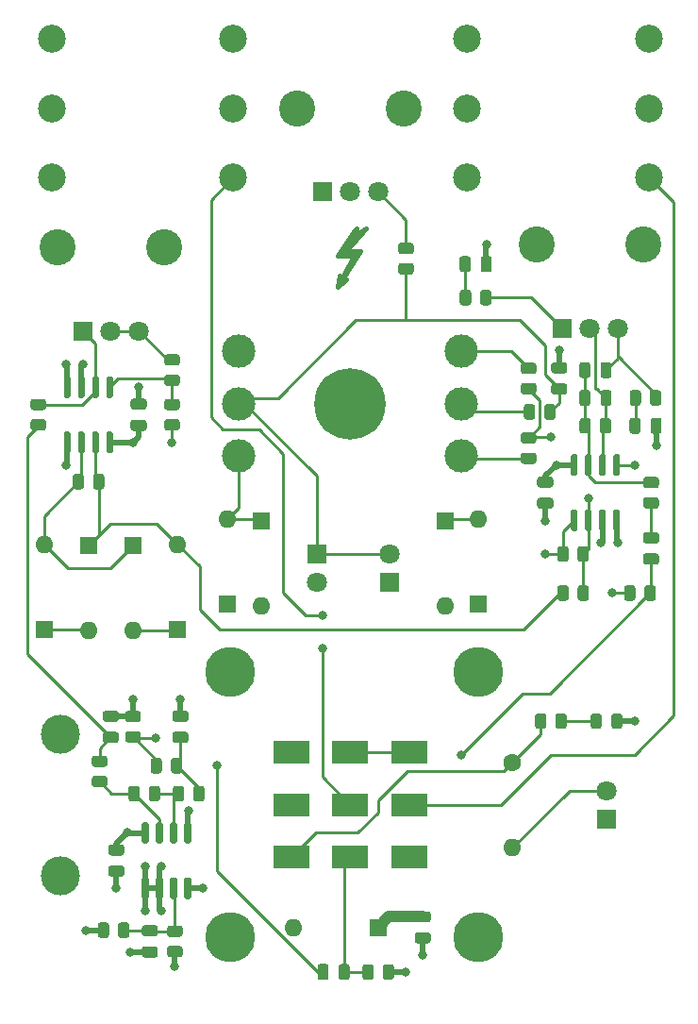
<source format=gbr>
%TF.GenerationSoftware,KiCad,Pcbnew,(5.1.10-1-10_14)*%
%TF.CreationDate,2021-10-01T16:43:39+02:00*%
%TF.ProjectId,Guitarpedal,47756974-6172-4706-9564-616c2e6b6963,rev?*%
%TF.SameCoordinates,Original*%
%TF.FileFunction,Copper,L1,Top*%
%TF.FilePolarity,Positive*%
%FSLAX46Y46*%
G04 Gerber Fmt 4.6, Leading zero omitted, Abs format (unit mm)*
G04 Created by KiCad (PCBNEW (5.1.10-1-10_14)) date 2021-10-01 16:43:39*
%MOMM*%
%LPD*%
G01*
G04 APERTURE LIST*
%TA.AperFunction,EtchedComponent*%
%ADD10C,0.381000*%
%TD*%
%TA.AperFunction,ComponentPad*%
%ADD11C,3.000000*%
%TD*%
%TA.AperFunction,ComponentPad*%
%ADD12C,4.500000*%
%TD*%
%TA.AperFunction,ComponentPad*%
%ADD13C,3.500000*%
%TD*%
%TA.AperFunction,ComponentPad*%
%ADD14R,1.600000X1.600000*%
%TD*%
%TA.AperFunction,ComponentPad*%
%ADD15O,1.600000X1.600000*%
%TD*%
%TA.AperFunction,ComponentPad*%
%ADD16R,1.800000X1.800000*%
%TD*%
%TA.AperFunction,ComponentPad*%
%ADD17C,1.800000*%
%TD*%
%TA.AperFunction,ComponentPad*%
%ADD18C,0.800000*%
%TD*%
%TA.AperFunction,ComponentPad*%
%ADD19C,6.400000*%
%TD*%
%TA.AperFunction,ComponentPad*%
%ADD20C,2.500000*%
%TD*%
%TA.AperFunction,ComponentPad*%
%ADD21C,1.600000*%
%TD*%
%TA.AperFunction,ComponentPad*%
%ADD22C,3.240000*%
%TD*%
%TA.AperFunction,ComponentPad*%
%ADD23R,3.200000X2.000000*%
%TD*%
%TA.AperFunction,ViaPad*%
%ADD24C,0.800000*%
%TD*%
%TA.AperFunction,Conductor*%
%ADD25C,0.500000*%
%TD*%
%TA.AperFunction,Conductor*%
%ADD26C,0.250000*%
%TD*%
%TA.AperFunction,Conductor*%
%ADD27C,1.000000*%
%TD*%
G04 APERTURE END LIST*
D10*
%TO.C,REF\u002A\u002A*%
X30647000Y68294000D02*
X29250000Y66389000D01*
X29250000Y66389000D02*
X30520000Y66389000D01*
X28996000Y64484000D02*
X28869000Y63468000D01*
X28869000Y63468000D02*
X29631000Y64103000D01*
X29631000Y64103000D02*
X29123000Y63849000D01*
X29123000Y63849000D02*
X30901000Y66643000D01*
X30901000Y66643000D02*
X29631000Y66643000D01*
X29631000Y66643000D02*
X31409000Y68675000D01*
X31409000Y68675000D02*
X30647000Y68167000D01*
X30647000Y68167000D02*
X30520000Y68675000D01*
X30393000Y68548000D02*
X28869000Y66262000D01*
X28869000Y66262000D02*
X30266000Y66262000D01*
X30266000Y66262000D02*
X29123000Y63976000D01*
X29123000Y63976000D02*
X28996000Y64484000D01*
%TD*%
%TO.P,R25,2*%
%TO.N,Net-(R25-Pad2)*%
%TA.AperFunction,SMDPad,CuDef*%
G36*
G01*
X35450001Y66400000D02*
X34549999Y66400000D01*
G75*
G02*
X34300000Y66649999I0J249999D01*
G01*
X34300000Y67175001D01*
G75*
G02*
X34549999Y67425000I249999J0D01*
G01*
X35450001Y67425000D01*
G75*
G02*
X35700000Y67175001I0J-249999D01*
G01*
X35700000Y66649999D01*
G75*
G02*
X35450001Y66400000I-249999J0D01*
G01*
G37*
%TD.AperFunction*%
%TO.P,R25,1*%
%TO.N,Hard_clipping_out*%
%TA.AperFunction,SMDPad,CuDef*%
G36*
G01*
X35450001Y64575000D02*
X34549999Y64575000D01*
G75*
G02*
X34300000Y64824999I0J249999D01*
G01*
X34300000Y65350001D01*
G75*
G02*
X34549999Y65600000I249999J0D01*
G01*
X35450001Y65600000D01*
G75*
G02*
X35700000Y65350001I0J-249999D01*
G01*
X35700000Y64824999D01*
G75*
G02*
X35450001Y64575000I-249999J0D01*
G01*
G37*
%TD.AperFunction*%
%TD*%
D11*
%TO.P,SW2,3*%
%TO.N,Net-(D5-Pad1)*%
X20000000Y57700000D03*
%TO.P,SW2,2*%
%TO.N,Hard_clipping_out*%
X20000000Y53000000D03*
%TO.P,SW2,1*%
%TO.N,Net-(D3-Pad1)*%
X20000000Y48300000D03*
%TD*%
%TO.P,SW1,3*%
%TO.N,Net-(R5-Pad2)*%
X40000000Y57700000D03*
%TO.P,SW1,2*%
%TO.N,Net-(R13-Pad2)*%
X40000000Y53000000D03*
%TO.P,SW1,1*%
%TO.N,Net-(R10-Pad2)*%
X40000000Y48300000D03*
%TD*%
D12*
%TO.P,BT1,NC*%
%TO.N,N/C*%
X41470000Y28915000D03*
X41470000Y5085000D03*
X19240000Y28915000D03*
X19240000Y5085000D03*
D13*
%TO.P,BT1,1*%
%TO.N,Net-(BT1-Pad1)*%
X4000000Y10650000D03*
%TO.P,BT1,2*%
%TO.N,GND*%
X4000000Y23350000D03*
%TD*%
%TO.P,C1,1*%
%TO.N,GND*%
%TA.AperFunction,SMDPad,CuDef*%
G36*
G01*
X36975000Y4550000D02*
X36025000Y4550000D01*
G75*
G02*
X35775000Y4800000I0J250000D01*
G01*
X35775000Y5300000D01*
G75*
G02*
X36025000Y5550000I250000J0D01*
G01*
X36975000Y5550000D01*
G75*
G02*
X37225000Y5300000I0J-250000D01*
G01*
X37225000Y4800000D01*
G75*
G02*
X36975000Y4550000I-250000J0D01*
G01*
G37*
%TD.AperFunction*%
%TO.P,C1,2*%
%TO.N,+9V*%
%TA.AperFunction,SMDPad,CuDef*%
G36*
G01*
X36975000Y6450000D02*
X36025000Y6450000D01*
G75*
G02*
X35775000Y6700000I0J250000D01*
G01*
X35775000Y7200000D01*
G75*
G02*
X36025000Y7450000I250000J0D01*
G01*
X36975000Y7450000D01*
G75*
G02*
X37225000Y7200000I0J-250000D01*
G01*
X37225000Y6700000D01*
G75*
G02*
X36975000Y6450000I-250000J0D01*
G01*
G37*
%TD.AperFunction*%
%TD*%
%TO.P,C2,2*%
%TO.N,+9V*%
%TA.AperFunction,SMDPad,CuDef*%
G36*
G01*
X9475000Y12450000D02*
X8525000Y12450000D01*
G75*
G02*
X8275000Y12700000I0J250000D01*
G01*
X8275000Y13200000D01*
G75*
G02*
X8525000Y13450000I250000J0D01*
G01*
X9475000Y13450000D01*
G75*
G02*
X9725000Y13200000I0J-250000D01*
G01*
X9725000Y12700000D01*
G75*
G02*
X9475000Y12450000I-250000J0D01*
G01*
G37*
%TD.AperFunction*%
%TO.P,C2,1*%
%TO.N,GND*%
%TA.AperFunction,SMDPad,CuDef*%
G36*
G01*
X9475000Y10550000D02*
X8525000Y10550000D01*
G75*
G02*
X8275000Y10800000I0J250000D01*
G01*
X8275000Y11300000D01*
G75*
G02*
X8525000Y11550000I250000J0D01*
G01*
X9475000Y11550000D01*
G75*
G02*
X9725000Y11300000I0J-250000D01*
G01*
X9725000Y10800000D01*
G75*
G02*
X9475000Y10550000I-250000J0D01*
G01*
G37*
%TD.AperFunction*%
%TD*%
%TO.P,C3,1*%
%TO.N,GND*%
%TA.AperFunction,SMDPad,CuDef*%
G36*
G01*
X10525000Y53450000D02*
X11475000Y53450000D01*
G75*
G02*
X11725000Y53200000I0J-250000D01*
G01*
X11725000Y52700000D01*
G75*
G02*
X11475000Y52450000I-250000J0D01*
G01*
X10525000Y52450000D01*
G75*
G02*
X10275000Y52700000I0J250000D01*
G01*
X10275000Y53200000D01*
G75*
G02*
X10525000Y53450000I250000J0D01*
G01*
G37*
%TD.AperFunction*%
%TO.P,C3,2*%
%TO.N,+9V*%
%TA.AperFunction,SMDPad,CuDef*%
G36*
G01*
X10525000Y51550000D02*
X11475000Y51550000D01*
G75*
G02*
X11725000Y51300000I0J-250000D01*
G01*
X11725000Y50800000D01*
G75*
G02*
X11475000Y50550000I-250000J0D01*
G01*
X10525000Y50550000D01*
G75*
G02*
X10275000Y50800000I0J250000D01*
G01*
X10275000Y51300000D01*
G75*
G02*
X10525000Y51550000I250000J0D01*
G01*
G37*
%TD.AperFunction*%
%TD*%
%TO.P,C4,2*%
%TO.N,+9V*%
%TA.AperFunction,SMDPad,CuDef*%
G36*
G01*
X47975000Y45450000D02*
X47025000Y45450000D01*
G75*
G02*
X46775000Y45700000I0J250000D01*
G01*
X46775000Y46200000D01*
G75*
G02*
X47025000Y46450000I250000J0D01*
G01*
X47975000Y46450000D01*
G75*
G02*
X48225000Y46200000I0J-250000D01*
G01*
X48225000Y45700000D01*
G75*
G02*
X47975000Y45450000I-250000J0D01*
G01*
G37*
%TD.AperFunction*%
%TO.P,C4,1*%
%TO.N,GND*%
%TA.AperFunction,SMDPad,CuDef*%
G36*
G01*
X47975000Y43550000D02*
X47025000Y43550000D01*
G75*
G02*
X46775000Y43800000I0J250000D01*
G01*
X46775000Y44300000D01*
G75*
G02*
X47025000Y44550000I250000J0D01*
G01*
X47975000Y44550000D01*
G75*
G02*
X48225000Y44300000I0J-250000D01*
G01*
X48225000Y43800000D01*
G75*
G02*
X47975000Y43550000I-250000J0D01*
G01*
G37*
%TD.AperFunction*%
%TD*%
%TO.P,C6,1*%
%TO.N,GND*%
%TA.AperFunction,SMDPad,CuDef*%
G36*
G01*
X12475000Y3300000D02*
X11525000Y3300000D01*
G75*
G02*
X11275000Y3550000I0J250000D01*
G01*
X11275000Y4050000D01*
G75*
G02*
X11525000Y4300000I250000J0D01*
G01*
X12475000Y4300000D01*
G75*
G02*
X12725000Y4050000I0J-250000D01*
G01*
X12725000Y3550000D01*
G75*
G02*
X12475000Y3300000I-250000J0D01*
G01*
G37*
%TD.AperFunction*%
%TO.P,C6,2*%
%TO.N,Net-(C6-Pad2)*%
%TA.AperFunction,SMDPad,CuDef*%
G36*
G01*
X12475000Y5200000D02*
X11525000Y5200000D01*
G75*
G02*
X11275000Y5450000I0J250000D01*
G01*
X11275000Y5950000D01*
G75*
G02*
X11525000Y6200000I250000J0D01*
G01*
X12475000Y6200000D01*
G75*
G02*
X12725000Y5950000I0J-250000D01*
G01*
X12725000Y5450000D01*
G75*
G02*
X12475000Y5200000I-250000J0D01*
G01*
G37*
%TD.AperFunction*%
%TD*%
%TO.P,C7,1*%
%TO.N,Net-(C7-Pad1)*%
%TA.AperFunction,SMDPad,CuDef*%
G36*
G01*
X27050000Y1525000D02*
X27050000Y2475000D01*
G75*
G02*
X27300000Y2725000I250000J0D01*
G01*
X27800000Y2725000D01*
G75*
G02*
X28050000Y2475000I0J-250000D01*
G01*
X28050000Y1525000D01*
G75*
G02*
X27800000Y1275000I-250000J0D01*
G01*
X27300000Y1275000D01*
G75*
G02*
X27050000Y1525000I0J250000D01*
G01*
G37*
%TD.AperFunction*%
%TO.P,C7,2*%
%TO.N,Audio_in*%
%TA.AperFunction,SMDPad,CuDef*%
G36*
G01*
X28950000Y1525000D02*
X28950000Y2475000D01*
G75*
G02*
X29200000Y2725000I250000J0D01*
G01*
X29700000Y2725000D01*
G75*
G02*
X29950000Y2475000I0J-250000D01*
G01*
X29950000Y1525000D01*
G75*
G02*
X29700000Y1275000I-250000J0D01*
G01*
X29200000Y1275000D01*
G75*
G02*
X28950000Y1525000I0J250000D01*
G01*
G37*
%TD.AperFunction*%
%TD*%
%TO.P,C8,2*%
%TO.N,Hard_clipping_out*%
%TA.AperFunction,SMDPad,CuDef*%
G36*
G01*
X48275000Y54800000D02*
X49225000Y54800000D01*
G75*
G02*
X49475000Y54550000I0J-250000D01*
G01*
X49475000Y54050000D01*
G75*
G02*
X49225000Y53800000I-250000J0D01*
G01*
X48275000Y53800000D01*
G75*
G02*
X48025000Y54050000I0J250000D01*
G01*
X48025000Y54550000D01*
G75*
G02*
X48275000Y54800000I250000J0D01*
G01*
G37*
%TD.AperFunction*%
%TO.P,C8,1*%
%TO.N,GND*%
%TA.AperFunction,SMDPad,CuDef*%
G36*
G01*
X48275000Y56700000D02*
X49225000Y56700000D01*
G75*
G02*
X49475000Y56450000I0J-250000D01*
G01*
X49475000Y55950000D01*
G75*
G02*
X49225000Y55700000I-250000J0D01*
G01*
X48275000Y55700000D01*
G75*
G02*
X48025000Y55950000I0J250000D01*
G01*
X48025000Y56450000D01*
G75*
G02*
X48275000Y56700000I250000J0D01*
G01*
G37*
%TD.AperFunction*%
%TD*%
%TO.P,C9,1*%
%TO.N,4V5*%
%TA.AperFunction,SMDPad,CuDef*%
G36*
G01*
X14275000Y25450000D02*
X15225000Y25450000D01*
G75*
G02*
X15475000Y25200000I0J-250000D01*
G01*
X15475000Y24700000D01*
G75*
G02*
X15225000Y24450000I-250000J0D01*
G01*
X14275000Y24450000D01*
G75*
G02*
X14025000Y24700000I0J250000D01*
G01*
X14025000Y25200000D01*
G75*
G02*
X14275000Y25450000I250000J0D01*
G01*
G37*
%TD.AperFunction*%
%TO.P,C9,2*%
%TO.N,Net-(C9-Pad2)*%
%TA.AperFunction,SMDPad,CuDef*%
G36*
G01*
X14275000Y23550000D02*
X15225000Y23550000D01*
G75*
G02*
X15475000Y23300000I0J-250000D01*
G01*
X15475000Y22800000D01*
G75*
G02*
X15225000Y22550000I-250000J0D01*
G01*
X14275000Y22550000D01*
G75*
G02*
X14025000Y22800000I0J250000D01*
G01*
X14025000Y23300000D01*
G75*
G02*
X14275000Y23550000I250000J0D01*
G01*
G37*
%TD.AperFunction*%
%TD*%
%TO.P,C10,2*%
%TO.N,Buffer_out*%
%TA.AperFunction,SMDPad,CuDef*%
G36*
G01*
X8025000Y23550000D02*
X8975000Y23550000D01*
G75*
G02*
X9225000Y23300000I0J-250000D01*
G01*
X9225000Y22800000D01*
G75*
G02*
X8975000Y22550000I-250000J0D01*
G01*
X8025000Y22550000D01*
G75*
G02*
X7775000Y22800000I0J250000D01*
G01*
X7775000Y23300000D01*
G75*
G02*
X8025000Y23550000I250000J0D01*
G01*
G37*
%TD.AperFunction*%
%TO.P,C10,1*%
%TO.N,4V5*%
%TA.AperFunction,SMDPad,CuDef*%
G36*
G01*
X8025000Y25450000D02*
X8975000Y25450000D01*
G75*
G02*
X9225000Y25200000I0J-250000D01*
G01*
X9225000Y24700000D01*
G75*
G02*
X8975000Y24450000I-250000J0D01*
G01*
X8025000Y24450000D01*
G75*
G02*
X7775000Y24700000I0J250000D01*
G01*
X7775000Y25200000D01*
G75*
G02*
X8025000Y25450000I250000J0D01*
G01*
G37*
%TD.AperFunction*%
%TD*%
%TO.P,C11,1*%
%TO.N,Tone_control_out*%
%TA.AperFunction,SMDPad,CuDef*%
G36*
G01*
X57475000Y38550000D02*
X56525000Y38550000D01*
G75*
G02*
X56275000Y38800000I0J250000D01*
G01*
X56275000Y39300000D01*
G75*
G02*
X56525000Y39550000I250000J0D01*
G01*
X57475000Y39550000D01*
G75*
G02*
X57725000Y39300000I0J-250000D01*
G01*
X57725000Y38800000D01*
G75*
G02*
X57475000Y38550000I-250000J0D01*
G01*
G37*
%TD.AperFunction*%
%TO.P,C11,2*%
%TO.N,Net-(C11-Pad2)*%
%TA.AperFunction,SMDPad,CuDef*%
G36*
G01*
X57475000Y40450000D02*
X56525000Y40450000D01*
G75*
G02*
X56275000Y40700000I0J250000D01*
G01*
X56275000Y41200000D01*
G75*
G02*
X56525000Y41450000I250000J0D01*
G01*
X57475000Y41450000D01*
G75*
G02*
X57725000Y41200000I0J-250000D01*
G01*
X57725000Y40700000D01*
G75*
G02*
X57475000Y40450000I-250000J0D01*
G01*
G37*
%TD.AperFunction*%
%TD*%
%TO.P,C12,2*%
%TO.N,Net-(C12-Pad2)*%
%TA.AperFunction,SMDPad,CuDef*%
G36*
G01*
X52450000Y53025000D02*
X52450000Y53975000D01*
G75*
G02*
X52700000Y54225000I250000J0D01*
G01*
X53200000Y54225000D01*
G75*
G02*
X53450000Y53975000I0J-250000D01*
G01*
X53450000Y53025000D01*
G75*
G02*
X53200000Y52775000I-250000J0D01*
G01*
X52700000Y52775000D01*
G75*
G02*
X52450000Y53025000I0J250000D01*
G01*
G37*
%TD.AperFunction*%
%TO.P,C12,1*%
%TO.N,Net-(C12-Pad1)*%
%TA.AperFunction,SMDPad,CuDef*%
G36*
G01*
X50550000Y53025000D02*
X50550000Y53975000D01*
G75*
G02*
X50800000Y54225000I250000J0D01*
G01*
X51300000Y54225000D01*
G75*
G02*
X51550000Y53975000I0J-250000D01*
G01*
X51550000Y53025000D01*
G75*
G02*
X51300000Y52775000I-250000J0D01*
G01*
X50800000Y52775000D01*
G75*
G02*
X50550000Y53025000I0J250000D01*
G01*
G37*
%TD.AperFunction*%
%TD*%
%TO.P,C13,2*%
%TO.N,Net-(C12-Pad1)*%
%TA.AperFunction,SMDPad,CuDef*%
G36*
G01*
X51550000Y56475000D02*
X51550000Y55525000D01*
G75*
G02*
X51300000Y55275000I-250000J0D01*
G01*
X50800000Y55275000D01*
G75*
G02*
X50550000Y55525000I0J250000D01*
G01*
X50550000Y56475000D01*
G75*
G02*
X50800000Y56725000I250000J0D01*
G01*
X51300000Y56725000D01*
G75*
G02*
X51550000Y56475000I0J-250000D01*
G01*
G37*
%TD.AperFunction*%
%TO.P,C13,1*%
%TO.N,Net-(C13-Pad1)*%
%TA.AperFunction,SMDPad,CuDef*%
G36*
G01*
X53450000Y56475000D02*
X53450000Y55525000D01*
G75*
G02*
X53200000Y55275000I-250000J0D01*
G01*
X52700000Y55275000D01*
G75*
G02*
X52450000Y55525000I0J250000D01*
G01*
X52450000Y56475000D01*
G75*
G02*
X52700000Y56725000I250000J0D01*
G01*
X53200000Y56725000D01*
G75*
G02*
X53450000Y56475000I0J-250000D01*
G01*
G37*
%TD.AperFunction*%
%TD*%
%TO.P,C14,2*%
%TO.N,Net-(C14-Pad2)*%
%TA.AperFunction,SMDPad,CuDef*%
G36*
G01*
X40800000Y65975000D02*
X40800000Y65025000D01*
G75*
G02*
X40550000Y64775000I-250000J0D01*
G01*
X40050000Y64775000D01*
G75*
G02*
X39800000Y65025000I0J250000D01*
G01*
X39800000Y65975000D01*
G75*
G02*
X40050000Y66225000I250000J0D01*
G01*
X40550000Y66225000D01*
G75*
G02*
X40800000Y65975000I0J-250000D01*
G01*
G37*
%TD.AperFunction*%
%TO.P,C14,1*%
%TO.N,GND*%
%TA.AperFunction,SMDPad,CuDef*%
G36*
G01*
X42700000Y65975000D02*
X42700000Y65025000D01*
G75*
G02*
X42450000Y64775000I-250000J0D01*
G01*
X41950000Y64775000D01*
G75*
G02*
X41700000Y65025000I0J250000D01*
G01*
X41700000Y65975000D01*
G75*
G02*
X41950000Y66225000I250000J0D01*
G01*
X42450000Y66225000D01*
G75*
G02*
X42700000Y65975000I0J-250000D01*
G01*
G37*
%TD.AperFunction*%
%TD*%
%TO.P,C15,1*%
%TO.N,GND*%
%TA.AperFunction,SMDPad,CuDef*%
G36*
G01*
X57950000Y51475000D02*
X57950000Y50525000D01*
G75*
G02*
X57700000Y50275000I-250000J0D01*
G01*
X57200000Y50275000D01*
G75*
G02*
X56950000Y50525000I0J250000D01*
G01*
X56950000Y51475000D01*
G75*
G02*
X57200000Y51725000I250000J0D01*
G01*
X57700000Y51725000D01*
G75*
G02*
X57950000Y51475000I0J-250000D01*
G01*
G37*
%TD.AperFunction*%
%TO.P,C15,2*%
%TO.N,Net-(C15-Pad2)*%
%TA.AperFunction,SMDPad,CuDef*%
G36*
G01*
X56050000Y51475000D02*
X56050000Y50525000D01*
G75*
G02*
X55800000Y50275000I-250000J0D01*
G01*
X55300000Y50275000D01*
G75*
G02*
X55050000Y50525000I0J250000D01*
G01*
X55050000Y51475000D01*
G75*
G02*
X55300000Y51725000I250000J0D01*
G01*
X55800000Y51725000D01*
G75*
G02*
X56050000Y51475000I0J-250000D01*
G01*
G37*
%TD.AperFunction*%
%TD*%
D14*
%TO.P,D1,1*%
%TO.N,+9V*%
X32500000Y6000000D03*
D15*
%TO.P,D1,2*%
%TO.N,Power_in*%
X24880000Y6000000D03*
%TD*%
%TO.P,D2,1*%
%TO.N,GND*%
%TA.AperFunction,SMDPad,CuDef*%
G36*
G01*
X54425000Y24956250D02*
X54425000Y24043750D01*
G75*
G02*
X54181250Y23800000I-243750J0D01*
G01*
X53693750Y23800000D01*
G75*
G02*
X53450000Y24043750I0J243750D01*
G01*
X53450000Y24956250D01*
G75*
G02*
X53693750Y25200000I243750J0D01*
G01*
X54181250Y25200000D01*
G75*
G02*
X54425000Y24956250I0J-243750D01*
G01*
G37*
%TD.AperFunction*%
%TO.P,D2,2*%
%TO.N,Net-(D2-Pad2)*%
%TA.AperFunction,SMDPad,CuDef*%
G36*
G01*
X52550000Y24956250D02*
X52550000Y24043750D01*
G75*
G02*
X52306250Y23800000I-243750J0D01*
G01*
X51818750Y23800000D01*
G75*
G02*
X51575000Y24043750I0J243750D01*
G01*
X51575000Y24956250D01*
G75*
G02*
X51818750Y25200000I243750J0D01*
G01*
X52306250Y25200000D01*
G75*
G02*
X52550000Y24956250I0J-243750D01*
G01*
G37*
%TD.AperFunction*%
%TD*%
D14*
%TO.P,D3,1*%
%TO.N,Net-(D3-Pad1)*%
X22000000Y42500000D03*
D15*
%TO.P,D3,2*%
%TO.N,4V5*%
X22000000Y34880000D03*
%TD*%
%TO.P,D4,2*%
%TO.N,Net-(D3-Pad1)*%
X19000000Y42620000D03*
D14*
%TO.P,D4,1*%
%TO.N,4V5*%
X19000000Y35000000D03*
%TD*%
%TO.P,D5,1*%
%TO.N,Net-(D5-Pad1)*%
X38500000Y42500000D03*
D15*
%TO.P,D5,2*%
%TO.N,4V5*%
X38500000Y34880000D03*
%TD*%
%TO.P,D6,2*%
%TO.N,Net-(D5-Pad1)*%
X41500000Y42620000D03*
D14*
%TO.P,D6,1*%
%TO.N,4V5*%
X41500000Y35000000D03*
%TD*%
D16*
%TO.P,D7,1*%
%TO.N,Hard_clipping_out*%
X27000000Y39500000D03*
D17*
%TO.P,D7,2*%
%TO.N,4V5*%
X27000000Y36960000D03*
%TD*%
%TO.P,D8,2*%
%TO.N,Hard_clipping_out*%
X33500000Y39540000D03*
D16*
%TO.P,D8,1*%
%TO.N,4V5*%
X33500000Y37000000D03*
%TD*%
D15*
%TO.P,D9,2*%
%TO.N,Net-(D11-Pad1)*%
X2500000Y40370000D03*
D14*
%TO.P,D9,1*%
%TO.N,Net-(D10-Pad2)*%
X2500000Y32750000D03*
%TD*%
%TO.P,D10,1*%
%TO.N,Soft_clipping_out*%
X6500000Y40250000D03*
D15*
%TO.P,D10,2*%
%TO.N,Net-(D10-Pad2)*%
X6500000Y32630000D03*
%TD*%
%TO.P,D11,2*%
%TO.N,Net-(D11-Pad2)*%
X10500000Y32630000D03*
D14*
%TO.P,D11,1*%
%TO.N,Net-(D11-Pad1)*%
X10500000Y40250000D03*
%TD*%
%TO.P,D12,1*%
%TO.N,Net-(D11-Pad2)*%
X14500000Y32750000D03*
D15*
%TO.P,D12,2*%
%TO.N,Soft_clipping_out*%
X14500000Y40370000D03*
%TD*%
D18*
%TO.P,H1,1*%
%TO.N,GND*%
X31697056Y54697056D03*
X30000000Y55400000D03*
X28302944Y54697056D03*
X27600000Y53000000D03*
X28302944Y51302944D03*
X30000000Y50600000D03*
X31697056Y51302944D03*
X32400000Y53000000D03*
D19*
X30000000Y53000000D03*
%TD*%
D20*
%TO.P,J1,R*%
%TO.N,N/C*%
X19500000Y79500000D03*
%TO.P,J1,RN*%
X3200000Y79500000D03*
%TO.P,J1,SN*%
X3200000Y85750000D03*
%TO.P,J1,TN*%
X3200000Y73250000D03*
%TO.P,J1,T*%
%TO.N,Net-(J1-PadT)*%
X19500000Y73250000D03*
%TO.P,J1,S*%
%TO.N,GND*%
X19500000Y85750000D03*
%TD*%
%TO.P,J2,S*%
%TO.N,GND*%
X56800000Y85750000D03*
%TO.P,J2,T*%
%TO.N,Net-(J2-PadT)*%
X56800000Y73250000D03*
%TO.P,J2,TN*%
%TO.N,N/C*%
X40500000Y73250000D03*
%TO.P,J2,SN*%
X40500000Y85750000D03*
%TO.P,J2,RN*%
X40500000Y79500000D03*
%TO.P,J2,R*%
X56800000Y79500000D03*
%TD*%
%TO.P,R1,2*%
%TO.N,Net-(D2-Pad2)*%
%TA.AperFunction,SMDPad,CuDef*%
G36*
G01*
X48400000Y24049998D02*
X48400000Y24950002D01*
G75*
G02*
X48649998Y25200000I249998J0D01*
G01*
X49175002Y25200000D01*
G75*
G02*
X49425000Y24950002I0J-249998D01*
G01*
X49425000Y24049998D01*
G75*
G02*
X49175002Y23800000I-249998J0D01*
G01*
X48649998Y23800000D01*
G75*
G02*
X48400000Y24049998I0J249998D01*
G01*
G37*
%TD.AperFunction*%
%TO.P,R1,1*%
%TO.N,Power_in*%
%TA.AperFunction,SMDPad,CuDef*%
G36*
G01*
X46575000Y24049998D02*
X46575000Y24950002D01*
G75*
G02*
X46824998Y25200000I249998J0D01*
G01*
X47350002Y25200000D01*
G75*
G02*
X47600000Y24950002I0J-249998D01*
G01*
X47600000Y24049998D01*
G75*
G02*
X47350002Y23800000I-249998J0D01*
G01*
X46824998Y23800000D01*
G75*
G02*
X46575000Y24049998I0J249998D01*
G01*
G37*
%TD.AperFunction*%
%TD*%
%TO.P,R2,2*%
%TO.N,Net-(C6-Pad2)*%
%TA.AperFunction,SMDPad,CuDef*%
G36*
G01*
X9150000Y5299998D02*
X9150000Y6200002D01*
G75*
G02*
X9399998Y6450000I249998J0D01*
G01*
X9925002Y6450000D01*
G75*
G02*
X10175000Y6200002I0J-249998D01*
G01*
X10175000Y5299998D01*
G75*
G02*
X9925002Y5050000I-249998J0D01*
G01*
X9399998Y5050000D01*
G75*
G02*
X9150000Y5299998I0J249998D01*
G01*
G37*
%TD.AperFunction*%
%TO.P,R2,1*%
%TO.N,+9V*%
%TA.AperFunction,SMDPad,CuDef*%
G36*
G01*
X7325000Y5299998D02*
X7325000Y6200002D01*
G75*
G02*
X7574998Y6450000I249998J0D01*
G01*
X8100002Y6450000D01*
G75*
G02*
X8350000Y6200002I0J-249998D01*
G01*
X8350000Y5299998D01*
G75*
G02*
X8100002Y5050000I-249998J0D01*
G01*
X7574998Y5050000D01*
G75*
G02*
X7325000Y5299998I0J249998D01*
G01*
G37*
%TD.AperFunction*%
%TD*%
%TO.P,R3,1*%
%TO.N,Net-(C6-Pad2)*%
%TA.AperFunction,SMDPad,CuDef*%
G36*
G01*
X13799998Y6175000D02*
X14700002Y6175000D01*
G75*
G02*
X14950000Y5925002I0J-249998D01*
G01*
X14950000Y5399998D01*
G75*
G02*
X14700002Y5150000I-249998J0D01*
G01*
X13799998Y5150000D01*
G75*
G02*
X13550000Y5399998I0J249998D01*
G01*
X13550000Y5925002D01*
G75*
G02*
X13799998Y6175000I249998J0D01*
G01*
G37*
%TD.AperFunction*%
%TO.P,R3,2*%
%TO.N,GND*%
%TA.AperFunction,SMDPad,CuDef*%
G36*
G01*
X13799998Y4350000D02*
X14700002Y4350000D01*
G75*
G02*
X14950000Y4100002I0J-249998D01*
G01*
X14950000Y3574998D01*
G75*
G02*
X14700002Y3325000I-249998J0D01*
G01*
X13799998Y3325000D01*
G75*
G02*
X13550000Y3574998I0J249998D01*
G01*
X13550000Y4100002D01*
G75*
G02*
X13799998Y4350000I249998J0D01*
G01*
G37*
%TD.AperFunction*%
%TD*%
%TO.P,R4,2*%
%TO.N,Net-(R4-Pad2)*%
%TA.AperFunction,SMDPad,CuDef*%
G36*
G01*
X11100000Y18450002D02*
X11100000Y17549998D01*
G75*
G02*
X10850002Y17300000I-249998J0D01*
G01*
X10324998Y17300000D01*
G75*
G02*
X10075000Y17549998I0J249998D01*
G01*
X10075000Y18450002D01*
G75*
G02*
X10324998Y18700000I249998J0D01*
G01*
X10850002Y18700000D01*
G75*
G02*
X11100000Y18450002I0J-249998D01*
G01*
G37*
%TD.AperFunction*%
%TO.P,R4,1*%
%TO.N,Net-(R4-Pad1)*%
%TA.AperFunction,SMDPad,CuDef*%
G36*
G01*
X12925000Y18450002D02*
X12925000Y17549998D01*
G75*
G02*
X12675002Y17300000I-249998J0D01*
G01*
X12149998Y17300000D01*
G75*
G02*
X11900000Y17549998I0J249998D01*
G01*
X11900000Y18450002D01*
G75*
G02*
X12149998Y18700000I249998J0D01*
G01*
X12675002Y18700000D01*
G75*
G02*
X12925000Y18450002I0J-249998D01*
G01*
G37*
%TD.AperFunction*%
%TD*%
%TO.P,R5,2*%
%TO.N,Net-(R5-Pad2)*%
%TA.AperFunction,SMDPad,CuDef*%
G36*
G01*
X46450002Y55650000D02*
X45549998Y55650000D01*
G75*
G02*
X45300000Y55899998I0J249998D01*
G01*
X45300000Y56425002D01*
G75*
G02*
X45549998Y56675000I249998J0D01*
G01*
X46450002Y56675000D01*
G75*
G02*
X46700000Y56425002I0J-249998D01*
G01*
X46700000Y55899998D01*
G75*
G02*
X46450002Y55650000I-249998J0D01*
G01*
G37*
%TD.AperFunction*%
%TO.P,R5,1*%
%TO.N,Net-(R10-Pad1)*%
%TA.AperFunction,SMDPad,CuDef*%
G36*
G01*
X46450002Y53825000D02*
X45549998Y53825000D01*
G75*
G02*
X45300000Y54074998I0J249998D01*
G01*
X45300000Y54600002D01*
G75*
G02*
X45549998Y54850000I249998J0D01*
G01*
X46450002Y54850000D01*
G75*
G02*
X46700000Y54600002I0J-249998D01*
G01*
X46700000Y54074998D01*
G75*
G02*
X46450002Y53825000I-249998J0D01*
G01*
G37*
%TD.AperFunction*%
%TD*%
%TO.P,R6,1*%
%TO.N,Net-(R13-Pad2)*%
%TA.AperFunction,SMDPad,CuDef*%
G36*
G01*
X45575000Y51799998D02*
X45575000Y52700002D01*
G75*
G02*
X45824998Y52950000I249998J0D01*
G01*
X46350002Y52950000D01*
G75*
G02*
X46600000Y52700002I0J-249998D01*
G01*
X46600000Y51799998D01*
G75*
G02*
X46350002Y51550000I-249998J0D01*
G01*
X45824998Y51550000D01*
G75*
G02*
X45575000Y51799998I0J249998D01*
G01*
G37*
%TD.AperFunction*%
%TO.P,R6,2*%
%TO.N,Hard_clipping_out*%
%TA.AperFunction,SMDPad,CuDef*%
G36*
G01*
X47400000Y51799998D02*
X47400000Y52700002D01*
G75*
G02*
X47649998Y52950000I249998J0D01*
G01*
X48175002Y52950000D01*
G75*
G02*
X48425000Y52700002I0J-249998D01*
G01*
X48425000Y51799998D01*
G75*
G02*
X48175002Y51550000I-249998J0D01*
G01*
X47649998Y51550000D01*
G75*
G02*
X47400000Y51799998I0J249998D01*
G01*
G37*
%TD.AperFunction*%
%TD*%
%TO.P,R7,1*%
%TO.N,Net-(C7-Pad1)*%
%TA.AperFunction,SMDPad,CuDef*%
G36*
G01*
X12075000Y20049998D02*
X12075000Y20950002D01*
G75*
G02*
X12324998Y21200000I249998J0D01*
G01*
X12850002Y21200000D01*
G75*
G02*
X13100000Y20950002I0J-249998D01*
G01*
X13100000Y20049998D01*
G75*
G02*
X12850002Y19800000I-249998J0D01*
G01*
X12324998Y19800000D01*
G75*
G02*
X12075000Y20049998I0J249998D01*
G01*
G37*
%TD.AperFunction*%
%TO.P,R7,2*%
%TO.N,Net-(C9-Pad2)*%
%TA.AperFunction,SMDPad,CuDef*%
G36*
G01*
X13900000Y20049998D02*
X13900000Y20950002D01*
G75*
G02*
X14149998Y21200000I249998J0D01*
G01*
X14675002Y21200000D01*
G75*
G02*
X14925000Y20950002I0J-249998D01*
G01*
X14925000Y20049998D01*
G75*
G02*
X14675002Y19800000I-249998J0D01*
G01*
X14149998Y19800000D01*
G75*
G02*
X13900000Y20049998I0J249998D01*
G01*
G37*
%TD.AperFunction*%
%TD*%
%TO.P,R8,1*%
%TO.N,Net-(C9-Pad2)*%
%TA.AperFunction,SMDPad,CuDef*%
G36*
G01*
X16925000Y18450002D02*
X16925000Y17549998D01*
G75*
G02*
X16675002Y17300000I-249998J0D01*
G01*
X16149998Y17300000D01*
G75*
G02*
X15900000Y17549998I0J249998D01*
G01*
X15900000Y18450002D01*
G75*
G02*
X16149998Y18700000I249998J0D01*
G01*
X16675002Y18700000D01*
G75*
G02*
X16925000Y18450002I0J-249998D01*
G01*
G37*
%TD.AperFunction*%
%TO.P,R8,2*%
%TO.N,Net-(R4-Pad1)*%
%TA.AperFunction,SMDPad,CuDef*%
G36*
G01*
X15100000Y18450002D02*
X15100000Y17549998D01*
G75*
G02*
X14850002Y17300000I-249998J0D01*
G01*
X14324998Y17300000D01*
G75*
G02*
X14075000Y17549998I0J249998D01*
G01*
X14075000Y18450002D01*
G75*
G02*
X14324998Y18700000I249998J0D01*
G01*
X14850002Y18700000D01*
G75*
G02*
X15100000Y18450002I0J-249998D01*
G01*
G37*
%TD.AperFunction*%
%TD*%
%TO.P,R9,2*%
%TO.N,Buffer_out*%
%TA.AperFunction,SMDPad,CuDef*%
G36*
G01*
X7950002Y20400000D02*
X7049998Y20400000D01*
G75*
G02*
X6800000Y20649998I0J249998D01*
G01*
X6800000Y21175002D01*
G75*
G02*
X7049998Y21425000I249998J0D01*
G01*
X7950002Y21425000D01*
G75*
G02*
X8200000Y21175002I0J-249998D01*
G01*
X8200000Y20649998D01*
G75*
G02*
X7950002Y20400000I-249998J0D01*
G01*
G37*
%TD.AperFunction*%
%TO.P,R9,1*%
%TO.N,Net-(R4-Pad2)*%
%TA.AperFunction,SMDPad,CuDef*%
G36*
G01*
X7950002Y18575000D02*
X7049998Y18575000D01*
G75*
G02*
X6800000Y18824998I0J249998D01*
G01*
X6800000Y19350002D01*
G75*
G02*
X7049998Y19600000I249998J0D01*
G01*
X7950002Y19600000D01*
G75*
G02*
X8200000Y19350002I0J-249998D01*
G01*
X8200000Y18824998D01*
G75*
G02*
X7950002Y18575000I-249998J0D01*
G01*
G37*
%TD.AperFunction*%
%TD*%
%TO.P,R10,1*%
%TO.N,Net-(R10-Pad1)*%
%TA.AperFunction,SMDPad,CuDef*%
G36*
G01*
X45549998Y50425000D02*
X46450002Y50425000D01*
G75*
G02*
X46700000Y50175002I0J-249998D01*
G01*
X46700000Y49649998D01*
G75*
G02*
X46450002Y49400000I-249998J0D01*
G01*
X45549998Y49400000D01*
G75*
G02*
X45300000Y49649998I0J249998D01*
G01*
X45300000Y50175002D01*
G75*
G02*
X45549998Y50425000I249998J0D01*
G01*
G37*
%TD.AperFunction*%
%TO.P,R10,2*%
%TO.N,Net-(R10-Pad2)*%
%TA.AperFunction,SMDPad,CuDef*%
G36*
G01*
X45549998Y48600000D02*
X46450002Y48600000D01*
G75*
G02*
X46700000Y48350002I0J-249998D01*
G01*
X46700000Y47824998D01*
G75*
G02*
X46450002Y47575000I-249998J0D01*
G01*
X45549998Y47575000D01*
G75*
G02*
X45300000Y47824998I0J249998D01*
G01*
X45300000Y48350002D01*
G75*
G02*
X45549998Y48600000I249998J0D01*
G01*
G37*
%TD.AperFunction*%
%TD*%
%TO.P,R11,1*%
%TO.N,Audio_in*%
%TA.AperFunction,SMDPad,CuDef*%
G36*
G01*
X31075000Y1549998D02*
X31075000Y2450002D01*
G75*
G02*
X31324998Y2700000I249998J0D01*
G01*
X31850002Y2700000D01*
G75*
G02*
X32100000Y2450002I0J-249998D01*
G01*
X32100000Y1549998D01*
G75*
G02*
X31850002Y1300000I-249998J0D01*
G01*
X31324998Y1300000D01*
G75*
G02*
X31075000Y1549998I0J249998D01*
G01*
G37*
%TD.AperFunction*%
%TO.P,R11,2*%
%TO.N,GND*%
%TA.AperFunction,SMDPad,CuDef*%
G36*
G01*
X32900000Y1549998D02*
X32900000Y2450002D01*
G75*
G02*
X33149998Y2700000I249998J0D01*
G01*
X33675002Y2700000D01*
G75*
G02*
X33925000Y2450002I0J-249998D01*
G01*
X33925000Y1549998D01*
G75*
G02*
X33675002Y1300000I-249998J0D01*
G01*
X33149998Y1300000D01*
G75*
G02*
X32900000Y1549998I0J249998D01*
G01*
G37*
%TD.AperFunction*%
%TD*%
%TO.P,R12,2*%
%TO.N,4V5*%
%TA.AperFunction,SMDPad,CuDef*%
G36*
G01*
X10950002Y24400000D02*
X10049998Y24400000D01*
G75*
G02*
X9800000Y24649998I0J249998D01*
G01*
X9800000Y25175002D01*
G75*
G02*
X10049998Y25425000I249998J0D01*
G01*
X10950002Y25425000D01*
G75*
G02*
X11200000Y25175002I0J-249998D01*
G01*
X11200000Y24649998D01*
G75*
G02*
X10950002Y24400000I-249998J0D01*
G01*
G37*
%TD.AperFunction*%
%TO.P,R12,1*%
%TO.N,Net-(C7-Pad1)*%
%TA.AperFunction,SMDPad,CuDef*%
G36*
G01*
X10950002Y22575000D02*
X10049998Y22575000D01*
G75*
G02*
X9800000Y22824998I0J249998D01*
G01*
X9800000Y23350002D01*
G75*
G02*
X10049998Y23600000I249998J0D01*
G01*
X10950002Y23600000D01*
G75*
G02*
X11200000Y23350002I0J-249998D01*
G01*
X11200000Y22824998D01*
G75*
G02*
X10950002Y22575000I-249998J0D01*
G01*
G37*
%TD.AperFunction*%
%TD*%
%TO.P,R13,2*%
%TO.N,Net-(R13-Pad2)*%
%TA.AperFunction,SMDPad,CuDef*%
G36*
G01*
X49600000Y39950002D02*
X49600000Y39049998D01*
G75*
G02*
X49350002Y38800000I-249998J0D01*
G01*
X48824998Y38800000D01*
G75*
G02*
X48575000Y39049998I0J249998D01*
G01*
X48575000Y39950002D01*
G75*
G02*
X48824998Y40200000I249998J0D01*
G01*
X49350002Y40200000D01*
G75*
G02*
X49600000Y39950002I0J-249998D01*
G01*
G37*
%TD.AperFunction*%
%TO.P,R13,1*%
%TO.N,Net-(R10-Pad1)*%
%TA.AperFunction,SMDPad,CuDef*%
G36*
G01*
X51425000Y39950002D02*
X51425000Y39049998D01*
G75*
G02*
X51175002Y38800000I-249998J0D01*
G01*
X50649998Y38800000D01*
G75*
G02*
X50400000Y39049998I0J249998D01*
G01*
X50400000Y39950002D01*
G75*
G02*
X50649998Y40200000I249998J0D01*
G01*
X51175002Y40200000D01*
G75*
G02*
X51425000Y39950002I0J-249998D01*
G01*
G37*
%TD.AperFunction*%
%TD*%
%TO.P,R14,1*%
%TO.N,Soft_clipping_out*%
%TA.AperFunction,SMDPad,CuDef*%
G36*
G01*
X48575000Y35549998D02*
X48575000Y36450002D01*
G75*
G02*
X48824998Y36700000I249998J0D01*
G01*
X49350002Y36700000D01*
G75*
G02*
X49600000Y36450002I0J-249998D01*
G01*
X49600000Y35549998D01*
G75*
G02*
X49350002Y35300000I-249998J0D01*
G01*
X48824998Y35300000D01*
G75*
G02*
X48575000Y35549998I0J249998D01*
G01*
G37*
%TD.AperFunction*%
%TO.P,R14,2*%
%TO.N,Net-(R10-Pad1)*%
%TA.AperFunction,SMDPad,CuDef*%
G36*
G01*
X50400000Y35549998D02*
X50400000Y36450002D01*
G75*
G02*
X50649998Y36700000I249998J0D01*
G01*
X51175002Y36700000D01*
G75*
G02*
X51425000Y36450002I0J-249998D01*
G01*
X51425000Y35549998D01*
G75*
G02*
X51175002Y35300000I-249998J0D01*
G01*
X50649998Y35300000D01*
G75*
G02*
X50400000Y35549998I0J249998D01*
G01*
G37*
%TD.AperFunction*%
%TD*%
%TO.P,R15,2*%
%TO.N,Gain_out*%
%TA.AperFunction,SMDPad,CuDef*%
G36*
G01*
X13549998Y55600000D02*
X14450002Y55600000D01*
G75*
G02*
X14700000Y55350002I0J-249998D01*
G01*
X14700000Y54824998D01*
G75*
G02*
X14450002Y54575000I-249998J0D01*
G01*
X13549998Y54575000D01*
G75*
G02*
X13300000Y54824998I0J249998D01*
G01*
X13300000Y55350002D01*
G75*
G02*
X13549998Y55600000I249998J0D01*
G01*
G37*
%TD.AperFunction*%
%TO.P,R15,1*%
%TO.N,Net-(R15-Pad1)*%
%TA.AperFunction,SMDPad,CuDef*%
G36*
G01*
X13549998Y57425000D02*
X14450002Y57425000D01*
G75*
G02*
X14700000Y57175002I0J-249998D01*
G01*
X14700000Y56649998D01*
G75*
G02*
X14450002Y56400000I-249998J0D01*
G01*
X13549998Y56400000D01*
G75*
G02*
X13300000Y56649998I0J249998D01*
G01*
X13300000Y57175002D01*
G75*
G02*
X13549998Y57425000I249998J0D01*
G01*
G37*
%TD.AperFunction*%
%TD*%
%TO.P,R16,2*%
%TO.N,Net-(R16-Pad2)*%
%TA.AperFunction,SMDPad,CuDef*%
G36*
G01*
X2450002Y52400000D02*
X1549998Y52400000D01*
G75*
G02*
X1300000Y52649998I0J249998D01*
G01*
X1300000Y53175002D01*
G75*
G02*
X1549998Y53425000I249998J0D01*
G01*
X2450002Y53425000D01*
G75*
G02*
X2700000Y53175002I0J-249998D01*
G01*
X2700000Y52649998D01*
G75*
G02*
X2450002Y52400000I-249998J0D01*
G01*
G37*
%TD.AperFunction*%
%TO.P,R16,1*%
%TO.N,Buffer_out*%
%TA.AperFunction,SMDPad,CuDef*%
G36*
G01*
X2450002Y50575000D02*
X1549998Y50575000D01*
G75*
G02*
X1300000Y50824998I0J249998D01*
G01*
X1300000Y51350002D01*
G75*
G02*
X1549998Y51600000I249998J0D01*
G01*
X2450002Y51600000D01*
G75*
G02*
X2700000Y51350002I0J-249998D01*
G01*
X2700000Y50824998D01*
G75*
G02*
X2450002Y50575000I-249998J0D01*
G01*
G37*
%TD.AperFunction*%
%TD*%
%TO.P,R17,1*%
%TO.N,Net-(C12-Pad1)*%
%TA.AperFunction,SMDPad,CuDef*%
G36*
G01*
X56549998Y46425000D02*
X57450002Y46425000D01*
G75*
G02*
X57700000Y46175002I0J-249998D01*
G01*
X57700000Y45649998D01*
G75*
G02*
X57450002Y45400000I-249998J0D01*
G01*
X56549998Y45400000D01*
G75*
G02*
X56300000Y45649998I0J249998D01*
G01*
X56300000Y46175002D01*
G75*
G02*
X56549998Y46425000I249998J0D01*
G01*
G37*
%TD.AperFunction*%
%TO.P,R17,2*%
%TO.N,Net-(C11-Pad2)*%
%TA.AperFunction,SMDPad,CuDef*%
G36*
G01*
X56549998Y44600000D02*
X57450002Y44600000D01*
G75*
G02*
X57700000Y44350002I0J-249998D01*
G01*
X57700000Y43824998D01*
G75*
G02*
X57450002Y43575000I-249998J0D01*
G01*
X56549998Y43575000D01*
G75*
G02*
X56300000Y43824998I0J249998D01*
G01*
X56300000Y44350002D01*
G75*
G02*
X56549998Y44600000I249998J0D01*
G01*
G37*
%TD.AperFunction*%
%TD*%
%TO.P,R18,1*%
%TO.N,Tone_control_out*%
%TA.AperFunction,SMDPad,CuDef*%
G36*
G01*
X57425000Y36450002D02*
X57425000Y35549998D01*
G75*
G02*
X57175002Y35300000I-249998J0D01*
G01*
X56649998Y35300000D01*
G75*
G02*
X56400000Y35549998I0J249998D01*
G01*
X56400000Y36450002D01*
G75*
G02*
X56649998Y36700000I249998J0D01*
G01*
X57175002Y36700000D01*
G75*
G02*
X57425000Y36450002I0J-249998D01*
G01*
G37*
%TD.AperFunction*%
%TO.P,R18,2*%
%TO.N,GND*%
%TA.AperFunction,SMDPad,CuDef*%
G36*
G01*
X55600000Y36450002D02*
X55600000Y35549998D01*
G75*
G02*
X55350002Y35300000I-249998J0D01*
G01*
X54824998Y35300000D01*
G75*
G02*
X54575000Y35549998I0J249998D01*
G01*
X54575000Y36450002D01*
G75*
G02*
X54824998Y36700000I249998J0D01*
G01*
X55350002Y36700000D01*
G75*
G02*
X55600000Y36450002I0J-249998D01*
G01*
G37*
%TD.AperFunction*%
%TD*%
%TO.P,R19,1*%
%TO.N,Net-(C12-Pad2)*%
%TA.AperFunction,SMDPad,CuDef*%
G36*
G01*
X53425000Y51450002D02*
X53425000Y50549998D01*
G75*
G02*
X53175002Y50300000I-249998J0D01*
G01*
X52649998Y50300000D01*
G75*
G02*
X52400000Y50549998I0J249998D01*
G01*
X52400000Y51450002D01*
G75*
G02*
X52649998Y51700000I249998J0D01*
G01*
X53175002Y51700000D01*
G75*
G02*
X53425000Y51450002I0J-249998D01*
G01*
G37*
%TD.AperFunction*%
%TO.P,R19,2*%
%TO.N,Net-(C12-Pad1)*%
%TA.AperFunction,SMDPad,CuDef*%
G36*
G01*
X51600000Y51450002D02*
X51600000Y50549998D01*
G75*
G02*
X51350002Y50300000I-249998J0D01*
G01*
X50824998Y50300000D01*
G75*
G02*
X50575000Y50549998I0J249998D01*
G01*
X50575000Y51450002D01*
G75*
G02*
X50824998Y51700000I249998J0D01*
G01*
X51350002Y51700000D01*
G75*
G02*
X51600000Y51450002I0J-249998D01*
G01*
G37*
%TD.AperFunction*%
%TD*%
%TO.P,R20,1*%
%TO.N,Net-(D11-Pad1)*%
%TA.AperFunction,SMDPad,CuDef*%
G36*
G01*
X5075000Y45549998D02*
X5075000Y46450002D01*
G75*
G02*
X5324998Y46700000I249998J0D01*
G01*
X5850002Y46700000D01*
G75*
G02*
X6100000Y46450002I0J-249998D01*
G01*
X6100000Y45549998D01*
G75*
G02*
X5850002Y45300000I-249998J0D01*
G01*
X5324998Y45300000D01*
G75*
G02*
X5075000Y45549998I0J249998D01*
G01*
G37*
%TD.AperFunction*%
%TO.P,R20,2*%
%TO.N,Soft_clipping_out*%
%TA.AperFunction,SMDPad,CuDef*%
G36*
G01*
X6900000Y45549998D02*
X6900000Y46450002D01*
G75*
G02*
X7149998Y46700000I249998J0D01*
G01*
X7675002Y46700000D01*
G75*
G02*
X7925000Y46450002I0J-249998D01*
G01*
X7925000Y45549998D01*
G75*
G02*
X7675002Y45300000I-249998J0D01*
G01*
X7149998Y45300000D01*
G75*
G02*
X6900000Y45549998I0J249998D01*
G01*
G37*
%TD.AperFunction*%
%TD*%
%TO.P,R21,2*%
%TO.N,Net-(R21-Pad2)*%
%TA.AperFunction,SMDPad,CuDef*%
G36*
G01*
X41650000Y62049998D02*
X41650000Y62950002D01*
G75*
G02*
X41899998Y63200000I249998J0D01*
G01*
X42425002Y63200000D01*
G75*
G02*
X42675000Y62950002I0J-249998D01*
G01*
X42675000Y62049998D01*
G75*
G02*
X42425002Y61800000I-249998J0D01*
G01*
X41899998Y61800000D01*
G75*
G02*
X41650000Y62049998I0J249998D01*
G01*
G37*
%TD.AperFunction*%
%TO.P,R21,1*%
%TO.N,Net-(C14-Pad2)*%
%TA.AperFunction,SMDPad,CuDef*%
G36*
G01*
X39825000Y62049998D02*
X39825000Y62950002D01*
G75*
G02*
X40074998Y63200000I249998J0D01*
G01*
X40600002Y63200000D01*
G75*
G02*
X40850000Y62950002I0J-249998D01*
G01*
X40850000Y62049998D01*
G75*
G02*
X40600002Y61800000I-249998J0D01*
G01*
X40074998Y61800000D01*
G75*
G02*
X39825000Y62049998I0J249998D01*
G01*
G37*
%TD.AperFunction*%
%TD*%
%TO.P,R22,1*%
%TO.N,Net-(C13-Pad1)*%
%TA.AperFunction,SMDPad,CuDef*%
G36*
G01*
X57925000Y53950002D02*
X57925000Y53049998D01*
G75*
G02*
X57675002Y52800000I-249998J0D01*
G01*
X57149998Y52800000D01*
G75*
G02*
X56900000Y53049998I0J249998D01*
G01*
X56900000Y53950002D01*
G75*
G02*
X57149998Y54200000I249998J0D01*
G01*
X57675002Y54200000D01*
G75*
G02*
X57925000Y53950002I0J-249998D01*
G01*
G37*
%TD.AperFunction*%
%TO.P,R22,2*%
%TO.N,Net-(C15-Pad2)*%
%TA.AperFunction,SMDPad,CuDef*%
G36*
G01*
X56100000Y53950002D02*
X56100000Y53049998D01*
G75*
G02*
X55850002Y52800000I-249998J0D01*
G01*
X55324998Y52800000D01*
G75*
G02*
X55075000Y53049998I0J249998D01*
G01*
X55075000Y53950002D01*
G75*
G02*
X55324998Y54200000I249998J0D01*
G01*
X55850002Y54200000D01*
G75*
G02*
X56100000Y53950002I0J-249998D01*
G01*
G37*
%TD.AperFunction*%
%TD*%
%TO.P,R23,2*%
%TO.N,Net-(D11-Pad1)*%
%TA.AperFunction,SMDPad,CuDef*%
G36*
G01*
X13549998Y51600000D02*
X14450002Y51600000D01*
G75*
G02*
X14700000Y51350002I0J-249998D01*
G01*
X14700000Y50824998D01*
G75*
G02*
X14450002Y50575000I-249998J0D01*
G01*
X13549998Y50575000D01*
G75*
G02*
X13300000Y50824998I0J249998D01*
G01*
X13300000Y51350002D01*
G75*
G02*
X13549998Y51600000I249998J0D01*
G01*
G37*
%TD.AperFunction*%
%TO.P,R23,1*%
%TO.N,Gain_out*%
%TA.AperFunction,SMDPad,CuDef*%
G36*
G01*
X13549998Y53425000D02*
X14450002Y53425000D01*
G75*
G02*
X14700000Y53175002I0J-249998D01*
G01*
X14700000Y52649998D01*
G75*
G02*
X14450002Y52400000I-249998J0D01*
G01*
X13549998Y52400000D01*
G75*
G02*
X13300000Y52649998I0J249998D01*
G01*
X13300000Y53175002D01*
G75*
G02*
X13549998Y53425000I249998J0D01*
G01*
G37*
%TD.AperFunction*%
%TD*%
D21*
%TO.P,R24,1*%
%TO.N,Power_in*%
X44500000Y20750000D03*
D15*
%TO.P,R24,2*%
%TO.N,Net-(D13-Pad2)*%
X44500000Y13130000D03*
%TD*%
D16*
%TO.P,RV1,1*%
%TO.N,Net-(R16-Pad2)*%
X6000000Y59500000D03*
D17*
%TO.P,RV1,2*%
%TO.N,Net-(R15-Pad1)*%
X8500000Y59500000D03*
%TO.P,RV1,3*%
X11000000Y59500000D03*
D22*
%TO.P,RV1,*%
%TO.N,*%
X13300000Y67000000D03*
X3700000Y67000000D03*
%TD*%
D16*
%TO.P,RV2,1*%
%TO.N,4V5*%
X27500000Y72000000D03*
D17*
%TO.P,RV2,2*%
%TO.N,Net-(RV2-Pad2)*%
X30000000Y72000000D03*
%TO.P,RV2,3*%
%TO.N,Net-(R25-Pad2)*%
X32500000Y72000000D03*
D22*
%TO.P,RV2,*%
%TO.N,*%
X34800000Y79500000D03*
X25200000Y79500000D03*
%TD*%
%TO.P,RV3,*%
%TO.N,*%
X46700000Y67250000D03*
X56300000Y67250000D03*
D17*
%TO.P,RV3,3*%
%TO.N,Net-(C13-Pad1)*%
X54000000Y59750000D03*
%TO.P,RV3,2*%
%TO.N,Net-(C12-Pad2)*%
X51500000Y59750000D03*
D16*
%TO.P,RV3,1*%
%TO.N,Net-(R21-Pad2)*%
X49000000Y59750000D03*
%TD*%
%TO.P,U1,8*%
%TO.N,+9V*%
%TA.AperFunction,SMDPad,CuDef*%
G36*
G01*
X11745000Y13500000D02*
X11445000Y13500000D01*
G75*
G02*
X11295000Y13650000I0J150000D01*
G01*
X11295000Y15300000D01*
G75*
G02*
X11445000Y15450000I150000J0D01*
G01*
X11745000Y15450000D01*
G75*
G02*
X11895000Y15300000I0J-150000D01*
G01*
X11895000Y13650000D01*
G75*
G02*
X11745000Y13500000I-150000J0D01*
G01*
G37*
%TD.AperFunction*%
%TO.P,U1,7*%
%TO.N,Net-(R4-Pad2)*%
%TA.AperFunction,SMDPad,CuDef*%
G36*
G01*
X13015000Y13500000D02*
X12715000Y13500000D01*
G75*
G02*
X12565000Y13650000I0J150000D01*
G01*
X12565000Y15300000D01*
G75*
G02*
X12715000Y15450000I150000J0D01*
G01*
X13015000Y15450000D01*
G75*
G02*
X13165000Y15300000I0J-150000D01*
G01*
X13165000Y13650000D01*
G75*
G02*
X13015000Y13500000I-150000J0D01*
G01*
G37*
%TD.AperFunction*%
%TO.P,U1,6*%
%TO.N,Net-(R4-Pad1)*%
%TA.AperFunction,SMDPad,CuDef*%
G36*
G01*
X14285000Y13500000D02*
X13985000Y13500000D01*
G75*
G02*
X13835000Y13650000I0J150000D01*
G01*
X13835000Y15300000D01*
G75*
G02*
X13985000Y15450000I150000J0D01*
G01*
X14285000Y15450000D01*
G75*
G02*
X14435000Y15300000I0J-150000D01*
G01*
X14435000Y13650000D01*
G75*
G02*
X14285000Y13500000I-150000J0D01*
G01*
G37*
%TD.AperFunction*%
%TO.P,U1,5*%
%TO.N,4V5*%
%TA.AperFunction,SMDPad,CuDef*%
G36*
G01*
X15555000Y13500000D02*
X15255000Y13500000D01*
G75*
G02*
X15105000Y13650000I0J150000D01*
G01*
X15105000Y15300000D01*
G75*
G02*
X15255000Y15450000I150000J0D01*
G01*
X15555000Y15450000D01*
G75*
G02*
X15705000Y15300000I0J-150000D01*
G01*
X15705000Y13650000D01*
G75*
G02*
X15555000Y13500000I-150000J0D01*
G01*
G37*
%TD.AperFunction*%
%TO.P,U1,4*%
%TO.N,GND*%
%TA.AperFunction,SMDPad,CuDef*%
G36*
G01*
X15555000Y8550000D02*
X15255000Y8550000D01*
G75*
G02*
X15105000Y8700000I0J150000D01*
G01*
X15105000Y10350000D01*
G75*
G02*
X15255000Y10500000I150000J0D01*
G01*
X15555000Y10500000D01*
G75*
G02*
X15705000Y10350000I0J-150000D01*
G01*
X15705000Y8700000D01*
G75*
G02*
X15555000Y8550000I-150000J0D01*
G01*
G37*
%TD.AperFunction*%
%TO.P,U1,3*%
%TO.N,Net-(C6-Pad2)*%
%TA.AperFunction,SMDPad,CuDef*%
G36*
G01*
X14285000Y8550000D02*
X13985000Y8550000D01*
G75*
G02*
X13835000Y8700000I0J150000D01*
G01*
X13835000Y10350000D01*
G75*
G02*
X13985000Y10500000I150000J0D01*
G01*
X14285000Y10500000D01*
G75*
G02*
X14435000Y10350000I0J-150000D01*
G01*
X14435000Y8700000D01*
G75*
G02*
X14285000Y8550000I-150000J0D01*
G01*
G37*
%TD.AperFunction*%
%TO.P,U1,2*%
%TO.N,4V5*%
%TA.AperFunction,SMDPad,CuDef*%
G36*
G01*
X13015000Y8550000D02*
X12715000Y8550000D01*
G75*
G02*
X12565000Y8700000I0J150000D01*
G01*
X12565000Y10350000D01*
G75*
G02*
X12715000Y10500000I150000J0D01*
G01*
X13015000Y10500000D01*
G75*
G02*
X13165000Y10350000I0J-150000D01*
G01*
X13165000Y8700000D01*
G75*
G02*
X13015000Y8550000I-150000J0D01*
G01*
G37*
%TD.AperFunction*%
%TO.P,U1,1*%
%TA.AperFunction,SMDPad,CuDef*%
G36*
G01*
X11745000Y8550000D02*
X11445000Y8550000D01*
G75*
G02*
X11295000Y8700000I0J150000D01*
G01*
X11295000Y10350000D01*
G75*
G02*
X11445000Y10500000I150000J0D01*
G01*
X11745000Y10500000D01*
G75*
G02*
X11895000Y10350000I0J-150000D01*
G01*
X11895000Y8700000D01*
G75*
G02*
X11745000Y8550000I-150000J0D01*
G01*
G37*
%TD.AperFunction*%
%TD*%
%TO.P,U2,1*%
%TO.N,Gain_out*%
%TA.AperFunction,SMDPad,CuDef*%
G36*
G01*
X8255000Y55450000D02*
X8555000Y55450000D01*
G75*
G02*
X8705000Y55300000I0J-150000D01*
G01*
X8705000Y53650000D01*
G75*
G02*
X8555000Y53500000I-150000J0D01*
G01*
X8255000Y53500000D01*
G75*
G02*
X8105000Y53650000I0J150000D01*
G01*
X8105000Y55300000D01*
G75*
G02*
X8255000Y55450000I150000J0D01*
G01*
G37*
%TD.AperFunction*%
%TO.P,U2,2*%
%TO.N,Net-(R16-Pad2)*%
%TA.AperFunction,SMDPad,CuDef*%
G36*
G01*
X6985000Y55450000D02*
X7285000Y55450000D01*
G75*
G02*
X7435000Y55300000I0J-150000D01*
G01*
X7435000Y53650000D01*
G75*
G02*
X7285000Y53500000I-150000J0D01*
G01*
X6985000Y53500000D01*
G75*
G02*
X6835000Y53650000I0J150000D01*
G01*
X6835000Y55300000D01*
G75*
G02*
X6985000Y55450000I150000J0D01*
G01*
G37*
%TD.AperFunction*%
%TO.P,U2,3*%
%TO.N,4V5*%
%TA.AperFunction,SMDPad,CuDef*%
G36*
G01*
X5715000Y55450000D02*
X6015000Y55450000D01*
G75*
G02*
X6165000Y55300000I0J-150000D01*
G01*
X6165000Y53650000D01*
G75*
G02*
X6015000Y53500000I-150000J0D01*
G01*
X5715000Y53500000D01*
G75*
G02*
X5565000Y53650000I0J150000D01*
G01*
X5565000Y55300000D01*
G75*
G02*
X5715000Y55450000I150000J0D01*
G01*
G37*
%TD.AperFunction*%
%TO.P,U2,4*%
%TO.N,GND*%
%TA.AperFunction,SMDPad,CuDef*%
G36*
G01*
X4445000Y55450000D02*
X4745000Y55450000D01*
G75*
G02*
X4895000Y55300000I0J-150000D01*
G01*
X4895000Y53650000D01*
G75*
G02*
X4745000Y53500000I-150000J0D01*
G01*
X4445000Y53500000D01*
G75*
G02*
X4295000Y53650000I0J150000D01*
G01*
X4295000Y55300000D01*
G75*
G02*
X4445000Y55450000I150000J0D01*
G01*
G37*
%TD.AperFunction*%
%TO.P,U2,5*%
%TO.N,4V5*%
%TA.AperFunction,SMDPad,CuDef*%
G36*
G01*
X4445000Y50500000D02*
X4745000Y50500000D01*
G75*
G02*
X4895000Y50350000I0J-150000D01*
G01*
X4895000Y48700000D01*
G75*
G02*
X4745000Y48550000I-150000J0D01*
G01*
X4445000Y48550000D01*
G75*
G02*
X4295000Y48700000I0J150000D01*
G01*
X4295000Y50350000D01*
G75*
G02*
X4445000Y50500000I150000J0D01*
G01*
G37*
%TD.AperFunction*%
%TO.P,U2,6*%
%TO.N,Net-(D11-Pad1)*%
%TA.AperFunction,SMDPad,CuDef*%
G36*
G01*
X5715000Y50500000D02*
X6015000Y50500000D01*
G75*
G02*
X6165000Y50350000I0J-150000D01*
G01*
X6165000Y48700000D01*
G75*
G02*
X6015000Y48550000I-150000J0D01*
G01*
X5715000Y48550000D01*
G75*
G02*
X5565000Y48700000I0J150000D01*
G01*
X5565000Y50350000D01*
G75*
G02*
X5715000Y50500000I150000J0D01*
G01*
G37*
%TD.AperFunction*%
%TO.P,U2,7*%
%TO.N,Soft_clipping_out*%
%TA.AperFunction,SMDPad,CuDef*%
G36*
G01*
X6985000Y50500000D02*
X7285000Y50500000D01*
G75*
G02*
X7435000Y50350000I0J-150000D01*
G01*
X7435000Y48700000D01*
G75*
G02*
X7285000Y48550000I-150000J0D01*
G01*
X6985000Y48550000D01*
G75*
G02*
X6835000Y48700000I0J150000D01*
G01*
X6835000Y50350000D01*
G75*
G02*
X6985000Y50500000I150000J0D01*
G01*
G37*
%TD.AperFunction*%
%TO.P,U2,8*%
%TO.N,+9V*%
%TA.AperFunction,SMDPad,CuDef*%
G36*
G01*
X8255000Y50500000D02*
X8555000Y50500000D01*
G75*
G02*
X8705000Y50350000I0J-150000D01*
G01*
X8705000Y48700000D01*
G75*
G02*
X8555000Y48550000I-150000J0D01*
G01*
X8255000Y48550000D01*
G75*
G02*
X8105000Y48700000I0J150000D01*
G01*
X8105000Y50350000D01*
G75*
G02*
X8255000Y50500000I150000J0D01*
G01*
G37*
%TD.AperFunction*%
%TD*%
%TO.P,U3,1*%
%TO.N,Net-(R13-Pad2)*%
%TA.AperFunction,SMDPad,CuDef*%
G36*
G01*
X50245000Y41550000D02*
X49945000Y41550000D01*
G75*
G02*
X49795000Y41700000I0J150000D01*
G01*
X49795000Y43350000D01*
G75*
G02*
X49945000Y43500000I150000J0D01*
G01*
X50245000Y43500000D01*
G75*
G02*
X50395000Y43350000I0J-150000D01*
G01*
X50395000Y41700000D01*
G75*
G02*
X50245000Y41550000I-150000J0D01*
G01*
G37*
%TD.AperFunction*%
%TO.P,U3,2*%
%TO.N,Net-(R10-Pad1)*%
%TA.AperFunction,SMDPad,CuDef*%
G36*
G01*
X51515000Y41550000D02*
X51215000Y41550000D01*
G75*
G02*
X51065000Y41700000I0J150000D01*
G01*
X51065000Y43350000D01*
G75*
G02*
X51215000Y43500000I150000J0D01*
G01*
X51515000Y43500000D01*
G75*
G02*
X51665000Y43350000I0J-150000D01*
G01*
X51665000Y41700000D01*
G75*
G02*
X51515000Y41550000I-150000J0D01*
G01*
G37*
%TD.AperFunction*%
%TO.P,U3,3*%
%TO.N,4V5*%
%TA.AperFunction,SMDPad,CuDef*%
G36*
G01*
X52785000Y41550000D02*
X52485000Y41550000D01*
G75*
G02*
X52335000Y41700000I0J150000D01*
G01*
X52335000Y43350000D01*
G75*
G02*
X52485000Y43500000I150000J0D01*
G01*
X52785000Y43500000D01*
G75*
G02*
X52935000Y43350000I0J-150000D01*
G01*
X52935000Y41700000D01*
G75*
G02*
X52785000Y41550000I-150000J0D01*
G01*
G37*
%TD.AperFunction*%
%TO.P,U3,4*%
%TO.N,GND*%
%TA.AperFunction,SMDPad,CuDef*%
G36*
G01*
X54055000Y41550000D02*
X53755000Y41550000D01*
G75*
G02*
X53605000Y41700000I0J150000D01*
G01*
X53605000Y43350000D01*
G75*
G02*
X53755000Y43500000I150000J0D01*
G01*
X54055000Y43500000D01*
G75*
G02*
X54205000Y43350000I0J-150000D01*
G01*
X54205000Y41700000D01*
G75*
G02*
X54055000Y41550000I-150000J0D01*
G01*
G37*
%TD.AperFunction*%
%TO.P,U3,5*%
%TO.N,Net-(RV2-Pad2)*%
%TA.AperFunction,SMDPad,CuDef*%
G36*
G01*
X54055000Y46500000D02*
X53755000Y46500000D01*
G75*
G02*
X53605000Y46650000I0J150000D01*
G01*
X53605000Y48300000D01*
G75*
G02*
X53755000Y48450000I150000J0D01*
G01*
X54055000Y48450000D01*
G75*
G02*
X54205000Y48300000I0J-150000D01*
G01*
X54205000Y46650000D01*
G75*
G02*
X54055000Y46500000I-150000J0D01*
G01*
G37*
%TD.AperFunction*%
%TO.P,U3,6*%
%TO.N,Net-(C12-Pad2)*%
%TA.AperFunction,SMDPad,CuDef*%
G36*
G01*
X52785000Y46500000D02*
X52485000Y46500000D01*
G75*
G02*
X52335000Y46650000I0J150000D01*
G01*
X52335000Y48300000D01*
G75*
G02*
X52485000Y48450000I150000J0D01*
G01*
X52785000Y48450000D01*
G75*
G02*
X52935000Y48300000I0J-150000D01*
G01*
X52935000Y46650000D01*
G75*
G02*
X52785000Y46500000I-150000J0D01*
G01*
G37*
%TD.AperFunction*%
%TO.P,U3,7*%
%TO.N,Net-(C12-Pad1)*%
%TA.AperFunction,SMDPad,CuDef*%
G36*
G01*
X51515000Y46500000D02*
X51215000Y46500000D01*
G75*
G02*
X51065000Y46650000I0J150000D01*
G01*
X51065000Y48300000D01*
G75*
G02*
X51215000Y48450000I150000J0D01*
G01*
X51515000Y48450000D01*
G75*
G02*
X51665000Y48300000I0J-150000D01*
G01*
X51665000Y46650000D01*
G75*
G02*
X51515000Y46500000I-150000J0D01*
G01*
G37*
%TD.AperFunction*%
%TO.P,U3,8*%
%TO.N,+9V*%
%TA.AperFunction,SMDPad,CuDef*%
G36*
G01*
X50245000Y46500000D02*
X49945000Y46500000D01*
G75*
G02*
X49795000Y46650000I0J150000D01*
G01*
X49795000Y48300000D01*
G75*
G02*
X49945000Y48450000I150000J0D01*
G01*
X50245000Y48450000D01*
G75*
G02*
X50395000Y48300000I0J-150000D01*
G01*
X50395000Y46650000D01*
G75*
G02*
X50245000Y46500000I-150000J0D01*
G01*
G37*
%TD.AperFunction*%
%TD*%
D23*
%TO.P,U4,9*%
%TO.N,Tone_control_out*%
X35300000Y12300000D03*
%TO.P,U4,8*%
%TO.N,Net-(J2-PadT)*%
X35300000Y17000000D03*
%TO.P,U4,7*%
%TO.N,Net-(U4-Pad4)*%
X35300000Y21700000D03*
%TO.P,U4,6*%
%TO.N,Audio_in*%
X30000000Y12300000D03*
%TO.P,U4,4*%
%TO.N,Net-(U4-Pad4)*%
X30000000Y21700000D03*
%TO.P,U4,3*%
%TO.N,Power_in*%
X24700000Y12300000D03*
%TO.P,U4,2*%
%TO.N,Net-(BT1-Pad1)*%
X24700000Y17000000D03*
%TO.P,U4,1*%
%TO.N,Net-(U4-Pad1)*%
X24700000Y21700000D03*
%TO.P,U4,5*%
%TO.N,Net-(J1-PadT)*%
X30000000Y17000000D03*
%TD*%
D16*
%TO.P,D13,1*%
%TO.N,GND*%
X53000000Y15750000D03*
D17*
%TO.P,D13,2*%
%TO.N,Net-(D13-Pad2)*%
X53000000Y18290000D03*
%TD*%
D24*
%TO.N,GND*%
X10250000Y3750000D03*
X14250000Y2500000D03*
X35000000Y2000000D03*
X36500000Y3500000D03*
X55500000Y24500000D03*
X53500000Y36000000D03*
X47500000Y42500000D03*
X54000000Y40500000D03*
X57500000Y49250000D03*
X48750000Y57750000D03*
X9000000Y9500000D03*
X16750000Y9500000D03*
X4500000Y56500000D03*
X11000000Y54500000D03*
X42250000Y67250000D03*
%TO.N,+9V*%
X10500000Y49500000D03*
X6250000Y5750000D03*
X10000000Y14500000D03*
X48500000Y47500000D03*
%TO.N,Net-(C7-Pad1)*%
X18000000Y20500000D03*
X12500000Y23000000D03*
%TO.N,4V5*%
X52500000Y40500000D03*
X13000000Y7500000D03*
X15500000Y16500000D03*
X14750000Y26500000D03*
X10500000Y26500000D03*
X4500000Y47500000D03*
X6000000Y56500000D03*
X11595000Y7500000D03*
X13000000Y11500000D03*
X11595000Y11500000D03*
%TO.N,Tone_control_out*%
X40000000Y21500000D03*
%TO.N,Net-(D11-Pad1)*%
X14000000Y49500000D03*
%TO.N,Net-(J1-PadT)*%
X27500000Y31000000D03*
X27500000Y34000000D03*
%TO.N,Net-(R10-Pad1)*%
X51365000Y44500000D03*
X48000000Y50000000D03*
%TO.N,Net-(R13-Pad2)*%
X47500000Y39500000D03*
%TO.N,Net-(RV2-Pad2)*%
X55500000Y47500000D03*
%TD*%
D25*
%TO.N,GND*%
X4595000Y56405000D02*
X4500000Y56500000D01*
X4595000Y54475000D02*
X4595000Y56405000D01*
X11000000Y52950000D02*
X11000000Y54500000D01*
X9000000Y11050000D02*
X9000000Y9500000D01*
X53937500Y24500000D02*
X55500000Y24500000D01*
X53905000Y40595000D02*
X54000000Y40500000D01*
X53905000Y42525000D02*
X53905000Y40595000D01*
X47500000Y44050000D02*
X47500000Y42500000D01*
X35000000Y2000000D02*
X33412500Y2000000D01*
X36500000Y3500000D02*
X36500000Y5050000D01*
D26*
X55087500Y36000000D02*
X53500000Y36000000D01*
D25*
X14250000Y2500000D02*
X14250000Y3837500D01*
X15430000Y9500000D02*
X15405000Y9525000D01*
X16750000Y9500000D02*
X15430000Y9500000D01*
X48750000Y56200000D02*
X48750000Y57750000D01*
X42200000Y67200000D02*
X42250000Y67250000D01*
X42200000Y65500000D02*
X42200000Y67200000D01*
X57450000Y49300000D02*
X57500000Y49250000D01*
X57450000Y51000000D02*
X57450000Y49300000D01*
X10300000Y3800000D02*
X10250000Y3750000D01*
X12000000Y3800000D02*
X10300000Y3800000D01*
D27*
%TO.N,+9V*%
X33450000Y6950000D02*
X32500000Y6000000D01*
X36500000Y6950000D02*
X33450000Y6950000D01*
D25*
X48525000Y47475000D02*
X48500000Y47500000D01*
X50095000Y47475000D02*
X48525000Y47475000D01*
X47500000Y46500000D02*
X48500000Y47500000D01*
X47500000Y45950000D02*
X47500000Y46500000D01*
X10025000Y14475000D02*
X10000000Y14500000D01*
X11595000Y14475000D02*
X10025000Y14475000D01*
X9000000Y13500000D02*
X10000000Y14500000D01*
X9000000Y12950000D02*
X9000000Y13500000D01*
X10475000Y49525000D02*
X10500000Y49500000D01*
X8405000Y49525000D02*
X10475000Y49525000D01*
X11000000Y50000000D02*
X10500000Y49500000D01*
X11000000Y51050000D02*
X11000000Y50000000D01*
X7837500Y5750000D02*
X6250000Y5750000D01*
D26*
%TO.N,Net-(C6-Pad2)*%
X12037500Y5662500D02*
X12000000Y5700000D01*
X14250000Y5662500D02*
X12037500Y5662500D01*
X14250000Y9410000D02*
X14135000Y9525000D01*
X14250000Y5662500D02*
X14250000Y9410000D01*
X9712500Y5700000D02*
X9662500Y5750000D01*
X12000000Y5700000D02*
X9712500Y5700000D01*
%TO.N,Net-(C7-Pad1)*%
X12587500Y21000000D02*
X10543750Y23043750D01*
X12587500Y20500000D02*
X12587500Y20500000D01*
X27050000Y2000000D02*
X18000000Y11050000D01*
X27550000Y2000000D02*
X27050000Y2000000D01*
X18000000Y11050000D02*
X18000000Y13485002D01*
X12587500Y20500000D02*
X12587500Y21000000D01*
X18000000Y13485002D02*
X18000000Y20500000D01*
X10543750Y23043750D02*
X10500000Y23087500D01*
X10587500Y23000000D02*
X10500000Y23087500D01*
X12500000Y23000000D02*
X10587500Y23000000D01*
%TO.N,Audio_in*%
X29450000Y2000000D02*
X31587500Y2000000D01*
X29450000Y11750000D02*
X30000000Y12300000D01*
X29450000Y2000000D02*
X29450000Y11750000D01*
%TO.N,Hard_clipping_out*%
X27040000Y39540000D02*
X27000000Y39500000D01*
X33500000Y39540000D02*
X27040000Y39540000D01*
X48750000Y53087500D02*
X47912500Y52250000D01*
X48750000Y54300000D02*
X48750000Y53087500D01*
X47500000Y55550000D02*
X48750000Y54300000D01*
X20000000Y53500000D02*
X23500000Y53500000D01*
X47500000Y58250000D02*
X47500000Y55550000D01*
X27000000Y39500000D02*
X27000000Y46500000D01*
X23500000Y53500000D02*
X30500000Y60500000D01*
X45250000Y60500000D02*
X47500000Y58250000D01*
X27000000Y46500000D02*
X20000000Y53500000D01*
X36250000Y60500000D02*
X45250000Y60500000D01*
X35000000Y65087500D02*
X35000000Y60500000D01*
X35000000Y60500000D02*
X36250000Y60500000D01*
X30500000Y60500000D02*
X35000000Y60500000D01*
D25*
%TO.N,4V5*%
X4595000Y47595000D02*
X4500000Y47500000D01*
X4595000Y49525000D02*
X4595000Y47595000D01*
X5865000Y56365000D02*
X6000000Y56500000D01*
X5865000Y54475000D02*
X5865000Y56365000D01*
X10500000Y24912500D02*
X10500000Y26500000D01*
X15405000Y16405000D02*
X15500000Y16500000D01*
X15405000Y14475000D02*
X15405000Y16405000D01*
X11595000Y9525000D02*
X11595000Y9525000D01*
X12865000Y7635000D02*
X13000000Y7500000D01*
X12865000Y9525000D02*
X12865000Y7635000D01*
X11595000Y9525000D02*
X12865000Y9525000D01*
X11595000Y9525000D02*
X11595000Y7500000D01*
X12865000Y9525000D02*
X12865000Y9525000D01*
X11595000Y9525000D02*
X11595000Y9525000D01*
X11595000Y9525000D02*
X11595000Y11500000D01*
X12865000Y11365000D02*
X13000000Y11500000D01*
X12865000Y9525000D02*
X12865000Y11365000D01*
X52635000Y40635000D02*
X52500000Y40500000D01*
X52635000Y42525000D02*
X52635000Y40635000D01*
X10462500Y24950000D02*
X10500000Y24912500D01*
X8500000Y24950000D02*
X10462500Y24950000D01*
X14750000Y24950000D02*
X14750000Y26500000D01*
D26*
%TO.N,Net-(C9-Pad2)*%
X14412500Y20962500D02*
X14412500Y20500000D01*
X16412500Y18500000D02*
X14412500Y20500000D01*
X16412500Y18000000D02*
X16412500Y18500000D01*
X14750000Y20837500D02*
X14412500Y20500000D01*
X14750000Y23050000D02*
X14750000Y20837500D01*
%TO.N,Buffer_out*%
X7500000Y22050000D02*
X8500000Y23050000D01*
X7500000Y20912500D02*
X7500000Y22050000D01*
X8500000Y23050000D02*
X1000000Y30550000D01*
X2000000Y51087500D02*
X2000000Y51000000D01*
X1000000Y50000000D02*
X1000000Y30550000D01*
X2000000Y51000000D02*
X1000000Y50000000D01*
%TO.N,Tone_control_out*%
X57000000Y36087500D02*
X56912500Y36000000D01*
X57000000Y39050000D02*
X57000000Y36087500D01*
X56912500Y36000000D02*
X47912500Y27000000D01*
X45500000Y27000000D02*
X40000000Y21500000D01*
X47912500Y27000000D02*
X45500000Y27000000D01*
%TO.N,Net-(C11-Pad2)*%
X57000000Y44087500D02*
X57000000Y40950000D01*
%TO.N,Net-(C12-Pad2)*%
X52635000Y50722500D02*
X52912500Y51000000D01*
X52635000Y47475000D02*
X52635000Y50722500D01*
X52950000Y51037500D02*
X52912500Y51000000D01*
X52912500Y53462500D02*
X52950000Y53500000D01*
X52912500Y51000000D02*
X52912500Y53462500D01*
X52000000Y54325010D02*
X52000000Y59125010D01*
X51500000Y59625010D02*
X52000000Y59125010D01*
X51500000Y59750000D02*
X51500000Y59625010D01*
X52124990Y54325010D02*
X52950000Y53500000D01*
X52000000Y54325010D02*
X52124990Y54325010D01*
%TO.N,Net-(C12-Pad1)*%
X51365000Y50722500D02*
X51087500Y51000000D01*
X51365000Y47475000D02*
X51365000Y50722500D01*
X51050000Y51037500D02*
X51087500Y51000000D01*
X51952500Y45912500D02*
X57000000Y45912500D01*
X51365000Y46500000D02*
X51952500Y45912500D01*
X51365000Y47475000D02*
X51365000Y46500000D01*
X51050000Y56000000D02*
X51050000Y53500000D01*
X51087500Y53462500D02*
X51050000Y53500000D01*
X51087500Y51000000D02*
X51087500Y53462500D01*
%TO.N,Net-(C13-Pad1)*%
X54000000Y57050000D02*
X52950000Y56000000D01*
X57412500Y53837500D02*
X54000000Y57250000D01*
X54000000Y57250000D02*
X54000000Y57050000D01*
X57412500Y53500000D02*
X57412500Y53837500D01*
X54000000Y59750000D02*
X54000000Y57250000D01*
%TO.N,Net-(C14-Pad2)*%
X40300000Y62537500D02*
X40337500Y62500000D01*
X40300000Y65500000D02*
X40300000Y62537500D01*
%TO.N,Net-(C15-Pad2)*%
X55587500Y51037500D02*
X55550000Y51000000D01*
X55587500Y53500000D02*
X55587500Y51037500D01*
%TO.N,Power_in*%
X47000000Y24500000D02*
X47087500Y24500000D01*
X32500000Y17385002D02*
X32500000Y16314998D01*
X30685002Y14500000D02*
X26900000Y14500000D01*
X35114998Y20000000D02*
X32500000Y17385002D01*
X32500000Y16314998D02*
X30685002Y14500000D01*
X26900000Y14500000D02*
X24700000Y12300000D01*
X47087500Y23337500D02*
X44500000Y20750000D01*
X47087500Y24500000D02*
X47087500Y23337500D01*
X43750000Y20000000D02*
X44500000Y20750000D01*
X35114998Y20000000D02*
X43750000Y20000000D01*
%TO.N,Net-(D2-Pad2)*%
X52062500Y24500000D02*
X48912500Y24500000D01*
%TO.N,Net-(D3-Pad1)*%
X21880000Y42620000D02*
X22000000Y42500000D01*
X19000000Y42620000D02*
X21880000Y42620000D01*
X20000000Y43620000D02*
X19000000Y42620000D01*
X20000000Y48800000D02*
X20000000Y43620000D01*
%TO.N,Net-(D5-Pad1)*%
X38620000Y42620000D02*
X38500000Y42500000D01*
X41500000Y42620000D02*
X38620000Y42620000D01*
%TO.N,Net-(D11-Pad1)*%
X5865000Y46277500D02*
X5587500Y46000000D01*
X5865000Y49525000D02*
X5865000Y46277500D01*
X14000000Y51087500D02*
X14000000Y49500000D01*
X2500000Y40370000D02*
X4620000Y38250000D01*
X8500000Y38250000D02*
X10500000Y40250000D01*
X4620000Y38250000D02*
X8500000Y38250000D01*
X2500000Y42912500D02*
X5587500Y46000000D01*
X2500000Y40370000D02*
X2500000Y42912500D01*
%TO.N,Net-(D10-Pad2)*%
X2620000Y32630000D02*
X2500000Y32750000D01*
X6380000Y32750000D02*
X6500000Y32630000D01*
X2500000Y32750000D02*
X6380000Y32750000D01*
%TO.N,Soft_clipping_out*%
X7135000Y46277500D02*
X7412500Y46000000D01*
X7135000Y49525000D02*
X7135000Y46277500D01*
X14500000Y40370000D02*
X12620000Y42250000D01*
X8500000Y42250000D02*
X6500000Y40250000D01*
X12620000Y42250000D02*
X8500000Y42250000D01*
X7412500Y41162500D02*
X6500000Y40250000D01*
X7412500Y46000000D02*
X7412500Y41162500D01*
X16500000Y38370000D02*
X14500000Y40370000D01*
X18250000Y32750000D02*
X16500000Y34500000D01*
X16500000Y34500000D02*
X16500000Y38370000D01*
X48837500Y36000000D02*
X45587500Y32750000D01*
X45587500Y32750000D02*
X18250000Y32750000D01*
X49087500Y36000000D02*
X48837500Y36000000D01*
%TO.N,Net-(D11-Pad2)*%
X14380000Y32630000D02*
X14500000Y32750000D01*
X10500000Y32630000D02*
X14380000Y32630000D01*
%TO.N,Net-(D13-Pad2)*%
X49660000Y18290000D02*
X44500000Y13130000D01*
X53000000Y18290000D02*
X49660000Y18290000D01*
%TO.N,Net-(J1-PadT)*%
X27500000Y30500000D02*
X27500000Y31000000D01*
X27500000Y19500000D02*
X27500000Y30500000D01*
X30000000Y17000000D02*
X27500000Y19500000D01*
X17500000Y51750000D02*
X17500000Y71250000D01*
X24000000Y36000000D02*
X24000000Y48500000D01*
X18550000Y50700000D02*
X17500000Y51750000D01*
X21800000Y50700000D02*
X18550000Y50700000D01*
X17500000Y71250000D02*
X19500000Y73250000D01*
X24000000Y48500000D02*
X21800000Y50700000D01*
X26000000Y34000000D02*
X24000000Y36000000D01*
X27500000Y34000000D02*
X26000000Y34000000D01*
%TO.N,Net-(J2-PadT)*%
X55500000Y21500000D02*
X48000000Y21500000D01*
X56800000Y73250000D02*
X59000000Y71050000D01*
X59000000Y25000000D02*
X55500000Y21500000D01*
X43500000Y17000000D02*
X35300000Y17000000D01*
X48000000Y21500000D02*
X43500000Y17000000D01*
X59000000Y71050000D02*
X59000000Y25000000D01*
%TO.N,Net-(R4-Pad2)*%
X8587500Y18000000D02*
X7500000Y19087500D01*
X10587500Y18000000D02*
X8587500Y18000000D01*
X12865000Y15722500D02*
X12865000Y14475000D01*
X10587500Y18000000D02*
X12865000Y15722500D01*
%TO.N,Net-(R4-Pad1)*%
X12412500Y18000000D02*
X14587500Y18000000D01*
X14135000Y17547500D02*
X14587500Y18000000D01*
X14135000Y14475000D02*
X14135000Y17547500D01*
%TO.N,Net-(R5-Pad2)*%
X40212500Y57912500D02*
X40000000Y57700000D01*
X44462500Y57700000D02*
X46000000Y56162500D01*
X40000000Y57700000D02*
X44462500Y57700000D01*
%TO.N,Net-(R10-Pad1)*%
X51365000Y39952500D02*
X50912500Y39500000D01*
X51365000Y42525000D02*
X51365000Y42525000D01*
X46000000Y49912500D02*
X46293750Y50206250D01*
X51365000Y42525000D02*
X51365000Y39952500D01*
X51365000Y44500000D02*
X51365000Y42525000D01*
X46293750Y50206250D02*
X47000000Y50912500D01*
X46087500Y50000000D02*
X46000000Y49912500D01*
X48000000Y50000000D02*
X46087500Y50000000D01*
X50912500Y36000000D02*
X50912500Y39500000D01*
X46000000Y54337500D02*
X47000000Y53337500D01*
X47000000Y53337500D02*
X47000000Y50912500D01*
%TO.N,Net-(R13-Pad2)*%
X49087500Y41517500D02*
X50095000Y42525000D01*
X49087500Y39500000D02*
X49087500Y40087500D01*
X49087500Y40087500D02*
X49087500Y41517500D01*
X47500000Y39500000D02*
X49087500Y39500000D01*
X40750000Y52250000D02*
X40000000Y53000000D01*
X46087500Y52250000D02*
X40750000Y52250000D01*
%TO.N,Net-(R10-Pad2)*%
X40212500Y48087500D02*
X40000000Y48300000D01*
X46000000Y48087500D02*
X40212500Y48087500D01*
%TO.N,Gain_out*%
X14000000Y52912500D02*
X14000000Y55087500D01*
X14000000Y55087500D02*
X14000000Y55250000D01*
X9180000Y55250000D02*
X8405000Y54475000D01*
X14000000Y55250000D02*
X9180000Y55250000D01*
%TO.N,Net-(R15-Pad1)*%
X13587500Y56912500D02*
X14000000Y56912500D01*
X11000000Y59500000D02*
X13587500Y56912500D01*
X11000000Y59500000D02*
X8500000Y59500000D01*
%TO.N,Net-(R16-Pad2)*%
X7135000Y54098232D02*
X7135000Y54475000D01*
X5949268Y52912500D02*
X7135000Y54098232D01*
X2000000Y52912500D02*
X5949268Y52912500D01*
X7135000Y58365000D02*
X6000000Y59500000D01*
X7135000Y54475000D02*
X7135000Y58365000D01*
%TO.N,Net-(R21-Pad2)*%
X46250000Y62500000D02*
X49000000Y59750000D01*
X42162500Y62500000D02*
X46250000Y62500000D01*
%TO.N,Net-(RV2-Pad2)*%
X53930000Y47500000D02*
X53905000Y47475000D01*
X55500000Y47500000D02*
X53930000Y47500000D01*
%TO.N,Net-(U4-Pad4)*%
X30000000Y21700000D02*
X35300000Y21700000D01*
%TO.N,Net-(R25-Pad2)*%
X35000000Y69500000D02*
X32500000Y72000000D01*
X35000000Y66912500D02*
X35000000Y69500000D01*
%TD*%
M02*

</source>
